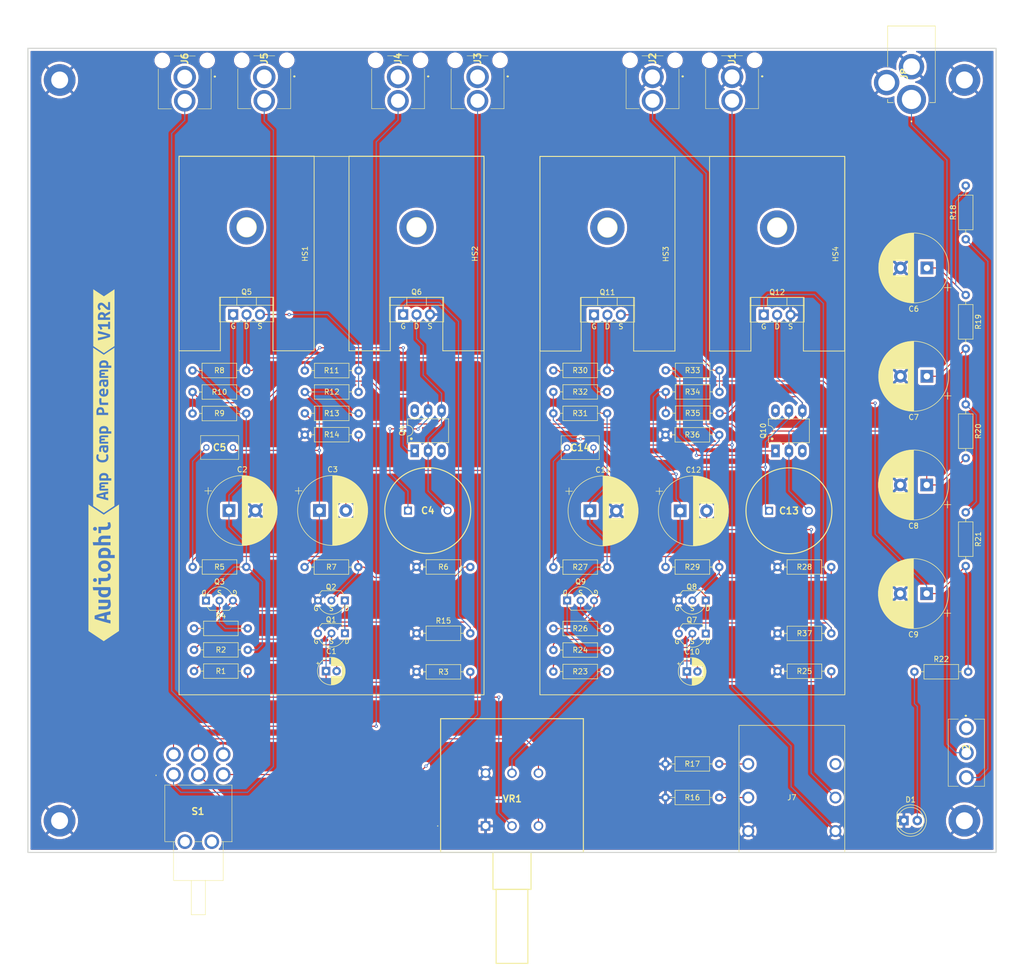
<source format=kicad_pcb>
(kicad_pcb (version 20240108) (generator "pcbnew") (generator_version "8.0")
  (layers (0 "F.Cu" signal) (31 "B.Cu" signal) (34 "B.Paste" user) (35 "F.Paste" user) (36 "B.SilkS" user "B.Silkscreen") (37 "F.SilkS" user "F.Silkscreen") (38 "B.Mask" user) (39 "F.Mask" user) (44 "Edge.Cuts" user))
  (net 0 "")
  (net 1 "Net-(C1-Pad2)")
  (net 2 "Net-(Q1-G)")
  (net 3 "Net-(Q3-D)")
  (net 4 "Net-(C3-Pad1)")
  (net 5 "OUT_L+")
  (net 6 "Net-(C4-+)")
  (net 7 "Net-(C4--)")
  (net 8 "Net-(Q2-G)")
  (net 9 "Net-(C6-Pad1)")
  (net 10 "Net-(C7-Pad1)")
  (net 11 "+24V_L")
  (net 12 "+24V_R")
  (net 13 "Net-(Q7-G)")
  (net 14 "Net-(C13-+)")
  (net 15 "Net-(C13--)")
  (net 16 "OUT_R+")
  (net 17 "Net-(D1-Pad2)")
  (net 18 "IN_L_1-")
  (net 19 "IN_L_1+")
  (net 20 "IN_R_1+")
  (net 21 "IN_R_1-")
  (net 22 "IN_L_2-")
  (net 23 "IN_L_2+")
  (net 24 "IN_R_2-")
  (net 25 "IN_R_2+")
  (net 26 "Net-(Q1-D)")
  (net 27 "Net-(Q1-S)")
  (net 28 "Net-(Q3-S)")
  (net 31 "Net-(Q4-Pad1)")
  (net 32 "Net-(Q5-G)")
  (net 33 "Net-(Q5-S)")
  (net 34 "Net-(Q11-G)")
  (net 35 "Net-(Q7-D)")
  (net 36 "Net-(Q10-Pad1)")
  (net 39 "Net-(Q12-G)")
  (net 40 "IN_L+")
  (net 41 "+24V")
  (net 42 "IN_R+")
  (net 44 "IN_R_VOL+")
  (net 45 "IN_L_VOL+")
  (net 48 "-24V")
  (net 49 "+24V_IN")
  (net 54 "Net-(C10-Pad2)")
  (net 55 "Net-(Q9-D)")
  (net 56 "Net-(C12-Pad1)")
  (net 57 "Net-(Q8-G)")
  (net 58 "Net-(Q9-S)")
  (net 59 "Net-(Q11-S)")
  (net 60 "Net-(J7-PadRN)")
  (net 61 "Net-(J7-PadTN)")
  (footprint "Capacitor_THT:CP_Radial_D13.0mm_P5.00mm" (layer "F.Cu") (at 272.57 155.54)
    (property "Reference" "C12")
    (property "Value" "1000uF_25V")
  )
  (footprint "PCM_Package_TO_SOT_THT_AKL:TO-220-3_Vertical_GDS" (layer "F.Cu") (at 256.27 118.445)
    (property "Reference" "Q11")
    (property "Value" "IRF610" (hide yes))
  )
  (footprint "Resistor_THT:R_Axial_DIN0207_L6.3mm_D2.5mm_P10.16mm_Horizontal" (layer "F.Cu") (at 280.02 137.06 180)
    (property "Reference" "R35")
    (property "Value" "6.8Ω")
  )
  (footprint "Capacitor_THT:CP_Radial_D13.0mm_P5.00mm" (layer "F.Cu") (at 255.4848 155.54)
    (property "Reference" "C11")
    (property "Value" "1000uF_25V")
  )
  (footprint "Resistor_THT:R_Axial_DIN0207_L6.3mm_D2.5mm_P10.16mm_Horizontal" (layer "F.Cu") (at 248.58 185.95)
    (property "Reference" "R23")
    (property "Value" "1kΩ")
  )
  (footprint "PCM_SL_Mechanical:MountingHole_3.2mm_Pad" (layer "F.Cu") (at 326.32 214.18)
    (property "Reference" "H1" (hide yes))
    (property "Value" "MountingHole_M3_3.2mm_Pad")
  )
  (footprint "Resistor_THT:R_Axial_DIN0207_L6.3mm_D2.5mm_P10.16mm_Horizontal" (layer "F.Cu") (at 269.84 128.96)
    (property "Reference" "R33")
    (property "Value" "100Ω")
  )
  (footprint "Samacsys:RK27112A00A6" (layer "F.Cu") (at 235.76 215.17 -90)
    (property "Reference" "VR1")
    (property "Value" "RK27112A00A6" (hide yes))
  )
  (footprint "Resistor_THT:R_Axial_DIN0207_L6.3mm_D2.5mm_P10.16mm_Horizontal" (layer "F.Cu") (at 326.5748 135.39 -90)
    (property "Reference" "R20")
    (property "Value" "1Ω")
  )
  (footprint "Samacsys:RCJ041" (layer "F.Cu") (at 219.21 73.43 90)
    (property "Reference" "J4")
    (property "Value" "RCJ-042" (hide yes))
  )
  (footprint "Resistor_THT:R_Axial_DIN0207_L6.3mm_D2.5mm_P10.16mm_Horizontal" (layer "F.Cu") (at 316.8748 185.98)
    (property "Reference" "R22")
    (property "Value" "7.5kΩ")
  )
  (footprint "Resistor_THT:R_Axial_DIN0207_L6.3mm_D2.5mm_P10.16mm_Horizontal" (layer "F.Cu") (at 180.62 185.87)
    (property "Reference" "R1")
    (property "Value" "1kΩ")
  )
  (footprint "Resistor_THT:R_Axial_DIN0207_L6.3mm_D2.5mm_P10.16mm_Horizontal" (layer "F.Cu") (at 248.59 177.81)
    (property "Reference" "R26")
    (property "Value" "125Ω")
  )
  (footprint "Capacitor_THT:CP_Radial_D13.0mm_P5.00mm" (layer "F.Cu") (at 204.3348 155.47)
    (property "Reference" "C3")
    (property "Value" "1000uF_25V")
  )
  (footprint "Heatsink_Pad_1Pin:Heatsink_36.83x25.55mm_1xFixation3mm_Digikey_HS193-ND" (layer "F.Cu") (at 222.7 106.83 -90)
    (property "Reference" "HS2")
    (property "Value" "Heatsink_Pad_1Pin")
  )
  (footprint "Resistor_THT:R_Axial_DIN0207_L6.3mm_D2.5mm_P10.16mm_Horizontal" (layer "F.Cu") (at 269.79 141.15)
    (property "Reference" "R36")
    (property "Value" "1kΩ")
  )
  (footprint "Capacitor_THT:CP_Radial_D13.0mm_P5.00mm" (layer "F.Cu") (at 319.23 130.07 180)
    (property "Reference" "C7")
    (property "Value" "1000uF_25V")
  )
  (footprint "Samacsys:CAPPRD750W80D1625H2700" (layer "F.Cu") (at 289.39 155.53)
    (property "Reference" "C13")
    (property "Value" "3300uF_25V" (hide yes))
  )
  (footprint "Resistor_THT:R_Axial_DIN0207_L6.3mm_D2.5mm_P10.16mm_Horizontal" (layer "F.Cu") (at 290.99 178.74)
    (property "Reference" "R37")
    (property "Value" "1kΩ")
  )
  (footprint "Heatsink_Pad_1Pin:Heatsink_36.83x25.55mm_1xFixation3mm_Digikey_HS193-ND" (layer "F.Cu") (at 290.9 106.88 -90)
    (property "Reference" "HS4")
    (property "Value" "Heatsink_Pad_1Pin")
  )
  (footprint "Heatsink_Pad_1Pin:Heatsink_36.83x25.55mm_1xFixation3mm_Digikey_HS193-ND" (layer "F.Cu") (at 258.8 106.88 -90)
    (property "Reference" "HS3")
    (property "Value" "Heatsink_Pad_1Pin")
  )
  (footprint "Resistor_THT:R_Axial_DIN0207_L6.3mm_D2.5mm_P10.16mm_Horizontal" (layer "F.Cu") (at 180.36 166.16)
    (property "Reference" "R5")
    (property "Value" "33.2kΩ")
  )
  (footprint "Heatsink_Pad_1Pin:Heatsink_36.83x25.55mm_1xFixation3mm_Digikey_HS193-ND" (layer "F.Cu") (at 190.56 106.83 -90)
    (property "Reference" "HS1")
    (property "Value" "Heatsink_Pad_1Pin")
  )
  (footprint "Resistor_THT:R_Axial_DIN0207_L6.3mm_D2.5mm_P10.16mm_Horizontal" (layer "F.Cu") (at 326.5748 104.15 90)
    (property "Reference" "R18")
    (property "Value" "1Ω")
  )
  (footprint "Resistor_THT:R_Axial_DIN0207_L6.3mm_D2.5mm_P10.16mm_Horizontal" (layer "F.Cu") (at 269.84 133.03)
    (property "Reference" "R34")
    (property "Value" "2.2Ω")
  )
  (footprint "Samacsys:FKP2O100331D00JSSD" (layer "F.Cu") (at 182.96 143.55)
    (property "Reference" "C5")
    (property "Value" "33pF_25V" (hide yes))
  )
  (footprint "Samacsys:RCJ041" (layer "F.Cu") (at 282.38 73.42 90)
    (property "Reference" "J1")
    (property "Value" "RCJ-041" (hide yes))
  )
  (footprint "Samacsys:CAPPRD750W80D1625H2700" (layer "F.Cu") (at 221.08 155.49)
    (property "Reference" "C4")
    (property "Value" "3300uF_25V" (hide yes))
  )
  (footprint "PCM_Package_TO_SOT_THT_AKL:TO-92_Inline_Wide_DSG" (layer "F.Cu") (at 209.16 178.71 180)
    (property "Reference" "Q1")
    (property "Value" "LSJ74" (hide yes))
  )
  (footprint "Resistor_THT:R_Axial_DIN0207_L6.3mm_D2.5mm_P10.16mm_Horizontal" (layer "F.Cu") (at 201.58 128.99)
    (property "Reference" "R11")
    (property "Value" "100Ω")
  )
  (footprint "Resistor_THT:R_Axial_DIN0207_L6.3mm_D2.5mm_P10.16mm_Horizontal" (layer "F.Cu") (at 248.58 133.03)
    (property "Reference" "R32")
    (property "Value" "1kΩ")
  )
  (footprint "PCM_Package_TO_SOT_THT_AKL:TO-92_Inline_Wide_DSG" (layer "F.Cu") (at 209.14 172.5 180)
    (property "Reference" "Q2")
    (property "Value" "LSJ74" (hide yes))
  )
  (footprint "Resistor_THT:R_Axial_DIN0207_L6.3mm_D2.5mm_P10.16mm_Horizontal" (layer "F.Cu") (at 290.99 185.89)
    (property "Reference" "R25")
    (property "Value" "150kΩ")
  )
  (footprint "Resistor_THT:R_Axial_DIN0207_L6.3mm_D2.5mm_P10.16mm_Horizontal" (layer "F.Cu") (at 269.8 166.17)
    (property "Reference" "R29")
    (property "Value" "33.2kΩ")
  )
  (footprint "Resistor_THT:R_Axial_DIN0207_L6.3mm_D2.5mm_P10.16mm_Horizontal" (layer "F.Cu") (at 290.98 166.17)
    (property "Reference" "R28")
    (property "Value" "33.2kΩ")
  )
  (footprint "Snapeda:NYS216-U_REAN_NYS216-U" (layer "F.Cu") (at 293.6933 209.79)
    (property "Reference" "J7")
    (property "Value" "NYS216-U")
  )
  (footprint "kibuzzard-6754036E" (layer "F.Cu") (at 163.54 167.27 90)
    (property "Reference" "kibuzzard-6754036E" (hide yes))
    (property "Value" "G***" (hide yes))
  )
  (footprint "Resistor_THT:R_Axial_DIN0207_L6.3mm_D2.5mm_P10.16mm_Horizontal" (layer "F.Cu") (at 248.58 128.96)
    (property "Reference" "R30")
    (property "Value" "100Ω")
  )
  (footprint "Resistor_THT:R_Axial_DIN0207_L6.3mm_D2.5mm_P10.16mm_Horizontal" (layer "F.Cu") (at 180.62 181.85)
    (property "Reference" "R2")
    (property "Value" "150kΩ")
  )
  (footprint "Resistor_THT:R_Axial_DIN0207_L6.3mm_D2.5mm_P10.16mm_Horizontal" (layer "F.Cu") (at 222.71 186)
    (property "Reference" "R3")
    (property "Value" "150kΩ")
  )
  (footprint "Samacsys:RCJ041" (layer "F.Cu") (at 193.9 73.43 90)
    (property "Reference" "J5")
    (property "Value" "RCJ-041" (hide yes))
  )
  (footprint "PCM_SL_Mechanical:MountingHole_3.2mm_Pad" (layer "F.Cu") (at 155.19 214.18)
    (property "Reference" "H3" (hide yes))
    (property "Value" "MountingHole_M3_3.2mm_Pad")
  )
  (footprint "LED_THT:LED_D5.0mm" (layer "F.Cu") (at 314.8798 214.15)
    (property "Reference" "D1")
    (property "Value" "LED")
  )
  (footprint "Resistor_THT:R_Axial_DIN0207_L6.3mm_D2.5mm_P10.16mm_Horizontal" (layer "F.Cu") (at 201.58 141.13)
    (property "Reference" "R14")
    (property "Value" "1kΩ")
  )
  (footprint "Capacitor_THT:CP_Radial_D13.0mm_P5.00mm" (layer "F.Cu") (at 187.23 155.48)
    (property "Reference" "C2")
    (property "Value" "1000uF_25V")
  )
  (footprint "Samacsys:RCJ041" (layer "F.Cu") (at 267.34 73.43 90)
    (property "Reference" "J2")
    (property "Value" "RCJ-042" (hide yes))
  )
  (footprint "PCM_SL_Mechanical:MountingHole_3.2mm_Pad" (layer "F.Cu") (at 155.21 74.01)
    (property "Reference" "H4" (hide yes))
    (property "Value" "MountingHole_M3_3.2mm_Pad")
  )
  (footprint "kibuzzard-6754048D" (layer "F.Cu") (at 163.57 119.65 90)
    (property "Reference" "kibuzzard-6754048D" (hide yes))
    (property "Value" "G***" (hide yes))
  )
  (footprint "Samacsys:100SP1T1B1M2REH" (layer "F.Cu") (at 326.6948 196.61 -90)
    (property "Reference" "S2")
    (property "Value" "100SP1T1B1M2REH" (hide yes))
  )
  (footprint "Resistor_THT:R_Axial_DIN0207_L6.3mm_D2.5mm_P10.16mm_Horizontal" (layer "F.Cu") (at 201.58 137.09)
    (property "Reference" "R13")
    (property "Value" "6.8Ω")
  )
  (footprint "PCM_Package_TO_SOT_THT_AKL:TO-220-3_Vertical_GDS" (layer "F.Cu") (at 288.37 118.445)
    (property "Reference" "Q12")
    (property "Value" "IRF610" (hide yes))
  )
  (footprint "Samacsys:100DP1T2B4M6QE" (layer "F.Cu") (at 176.74 205.44 90)
    (property "Reference" "S1")
    (property "Value" "100DP1T2B4M6QE" (hide yes))
  )
  (footprint "PCM_Package_TO_SOT_THT_AKL:TO-92_Inline_Wide_DSG" (layer "F.Cu") (at 277.41 178.76 180)
    (property "Reference" "Q7")
    (property "Value" "LSJ74" (hide yes))
  )
  (footprint "kibuzzard-675403C8" (layer "F.Cu") (at 163.55 140.3 90)
    (property "Reference" "kibuzzard-675403C8" (hide yes))
    (property "Value" "G***" (hide yes))
  )
  (footprint "Capacitor_THT:CP_Radial_D13.0mm_P5.00mm" (layer "F.Cu") (at 319.24 109.58 180)
    (property "Reference" "C6")
    (property "Value" "1000uF_25V")
  )
  (footprint "PCM_Package_DIP_AKL:DIP-6_W7.62mm_LongPads" (layer "F.Cu") (at 290.595 144.205 90)
    (property "Reference" "Q10")
    (property "Value" "4N35" (hide yes))
  )
  (footprint "Resistor_THT:R_Axial_DIN0207_L6.3mm_D2.5mm_P10.16mm_Horizontal" (layer "F.Cu") (at 248.58 166.19)
    (property "Reference" "R27")
    (property "Value" "33.2kΩ")
  )
  (footprint "PCM_SL_Mechanical:MountingHole_3.2mm_Pad" (layer "F.Cu") (at 326.33 74)
    (property "Reference" "H2" (hide yes))
    (property "Value" "MountingHole_M3_3.2mm_Pad")
  )
  (footprint "Resistor_THT:R_Axial_DIN0207_L6.3mm_D2.5mm_P10.16mm_Horizontal" (layer "F.Cu") (at 248.58 137.09)
    (property "Reference" "R31")
    (property "Value" "1.5kΩ")
  )
  (footprint "Resistor_THT:R_Axial_DIN0207_L6.3mm_D2.5mm_P10.16mm_Horizontal" (layer "F.Cu") (at 180.34 137.12)
    (property "Reference" "R9")
    (property "Value" "1.5kΩ")
  )
  (footprint "Resistor_THT:R_Axial_DIN0207_L6.3mm_D2.5mm_P10.16mm_Horizontal" (layer "F.Cu") (at 222.71 166.16)
    (property "Reference" "R6")
    (property "Value" "33.2kΩ")
  )
  (footprint "Resistor_THT:R_Axial_DIN0207_L6.3mm_D2.5mm_P10.16mm_Horizontal" (layer "F.Cu") (at 248.59 181.88)
    (property "Reference" "R24")
    (property "Value" "150kΩ")
  )
  (footprint "Resistor_THT:R_Axial_DIN0207_L6.3mm_D2.5mm_P10.16mm_Horizontal" (layer "F.Cu") (at 180.33 128.98)
    (property "Reference" "R8")
    (property "Value" "100Ω")
  )
  (footprint "PCM_Package_TO_SOT_THT_AKL:TO-220-3_Vertical_GDS" (layer "F.Cu") (at 188.02 118.385)
    (property "Reference" "Q5")
    (property "Value" "IRF610" (hide yes))
  )
  (footprint "Resistor_THT:R_Axial_DIN0207_L6.3mm_D2.5mm_P10.16mm_Horizontal" (layer "F.Cu") (at 326.5748 155.82 -90)
    (property "Reference" "R21")
    (property "Value" "1Ω")
  )
  (footprint "Resistor_THT:R_Axial_DIN0207_L6.3mm_D2.5mm_P10.16mm_Horizontal" (layer "F.Cu") (at 180.34 133.05)
    (property "Reference" "R10")
    (property "Value" "1kΩ")
  )
  (footprint "Resistor_THT:R_Axial_DIN0207_L6.3mm_D2.5mm_P10.16mm_Horizontal" (layer "F.Cu") (at 279.94 203.43 180)
    (property "Reference" "R17")
    (property "Value" "33.2Ω")
  )
  (footprint "Resistor_THT:R_Axial_DIN0207_L6.3mm_D2.5mm_P10.16mm_Horizontal" (layer "F.Cu") (at 180.62 177.79)
    (property "Reference" "R4")
    (property "Value" "125Ω")
  )
  (footprint "Capacitor_THT:CP_Radial_D13.0mm_P5.00mm" (layer "F.Cu") (at 319.1848 171.2 180)
    (property "Reference" "C9")
    (property "Value" "1000uF_25V")
  )
  (footprint "Capacitor_THT:CP_Radial_D13.0mm_P5.00mm" (layer "F.Cu") (at 319.2 150.64 180)
    (property "Reference" "C8")
    (property "Value" "1000uF_25V")
  )
  (footprint "Resistor_THT:R_Axial_DIN0207_L6.3mm_D2.5mm_P10.16mm_Horizontal" (layer "F.Cu") (at 326.5748 114.69 -90)
    (property "Reference" "R19")
    (property "Value" "1Ω")
  )
  (footprint "PCM_Package_DIP_AKL:DIP-6_W7.62mm_LongPads" (layer "F.Cu") (at 222.355 144.185 90)
    (property "Reference" "Q4")
    (property "Value" "4N35" (hide yes))
  )
  (footprint "PCM_Package_TO_SOT_THT_AKL:TO-92_Inline_Wide_DSG" (layer "F.Cu") (at 182.89 172.52)
    (property "Reference" "Q3")
    (property "Value" "J113" (hide yes))
  )
  (footprint "Samacsys:FKP2O100331D00JSSD" (layer "F.Cu") (at 251.17 143.58)
    (property "Reference" "C14")
    (property "Value" "33pF_25V" (hide yes))
  )
  (footprint "Samacsys:KLDX0202BC" (layer "F.Cu") (at 316.3148 77.69 -90)
    (property "Reference" "J8")
    (property "Value" "KLDX-0202-BC" (hide yes))
  )
  (footprint "Resistor_THT:R_Axial_DIN0207_L6.3mm_D2.5mm_P10.16mm_Horizontal" (layer "F.Cu") (at 222.71 178.71)
    (property "Reference" "R15")
    (property "Value" "1kΩ")
  )
  (footprint "PCM_Package_TO_SOT_THT_AKL:TO-92_Inline_Wide_DSG" (layer "F.Cu") (at 277.41 172.49 180)
    (property "Reference" "Q8")
    (property "Value" "LSJ74" (hide yes))
  )
  (footprint "Resistor_THT:R_Axial_DIN0207_L6.3mm_D2.5mm_P10.16mm_Horizontal" (layer "F.Cu") (at 201.58 133.04)
    (property "Reference" "R12")
    (property "Value" "2.2Ω")
  )
  (footprint "Samacsys:RCJ041" (layer "F.Cu") (at 234.25 73.43 90)
    (property "Reference" "J3")
    (property "Value" "RCJ-041" (hide yes))
  )
  (footprint "Capacitor_THT:CP_Radial_D5.0mm_P2.00mm" (layer "F.Cu") (at 205.59 185.87)
    (property "Reference" "C1")
    (property "Value" "10uF_25V")
  )
  (footprint "Resistor_THT:R_Axial_DIN0207_L6.3mm_D2.5mm_P10.16mm_Horizontal" (layer "F.Cu") (at 201.53 166.18)
    (property "Reference" "R7")
    (property "Value" "33.2kΩ")
  )
  (footprint "Capacitor_THT:CP_Radial_D5.0mm_P2.00mm" (layer "F.Cu") (at 273.8349 185.94)
    (property "Reference" "C10")
    (property "Value" "10uF_25V")
  )
  (footprint "PCM_Package_TO_SOT_THT_AKL:TO-220-3_Vertical_GDS" (layer "F.Cu") (at 220.17 118.395)
    (property "Reference" "Q6")
    (property "Value" "IRF610" (hide yes))
  )
  (footprint "PCM_Package_TO_SOT_THT_AKL:TO-92_Inline_Wide_DSG" (layer "F.Cu") (at 251.19 172.5)
    (property "Reference" "Q9")
    (property "Value" "J113" (hide yes))
  )
  (footprint "Samacsys:RCJ041" (layer "F.Cu") (at 178.86 73.4595 90)
    (property "Reference" "J6")
    (property "Value" "RCJ-042" (hide yes))
  )
  (footprint "Resistor_THT:R_Axial_DIN0207_L6.3mm_D2.5mm_P10.16mm_Horizontal" (layer "F.Cu") (at 279.95 209.79 180)
    (property "Reference" "R16")
    (property "Value" "33.2Ω")
  )
  (gr_rect (start 177.79 88.47) (end 235.47 190.35) (stroke (width 0.15)) (fill none) (layer "F.SilkS"))
  (gr_rect (start 246.03 88.47) (end 303.71 190.35) (stroke (width 0.15)) (fill none) (layer "F.SilkS"))
  (gr_rect (start 149.2 68.01) (end 332.32 220.18) (stroke (width 0.2)) (fill none) (layer "Edge.Cuts"))
  (segment (start 207.59 184.8) (end 207.59 185.87) (width 0.2) (layer "F.Cu") (net 1))
  (segment (start 180.62 185.87) (end 182.62 183.87) (width 0.2) (layer "F.Cu") (net 1))
  (segment (start 206.66 183.87) (end 207.59 184.8) (width 0.2) (layer "F.Cu") (net 1))
  (segment (start 182.62 183.87) (end 206.66 183.87) (width 0.2) (layer "F.Cu") (net 1))
  (segment (start 232.87 186) (end 232.87 187.35) (width 0.2) (layer "F.Cu") (net 2))
  (segment (start 202.01 179.81) (end 203.1 180.9) (width 0.2) (layer "F.Cu") (net 2))
  (segment (start 180.62 181.85) (end 182.66 179.81) (width 0.2) (layer "F.Cu") (net 2))
  (segment (start 182.66 179.81) (end 202.01 179.81) (width 0.2) (layer "F.Cu") (net 2))
  (segment (start 206.06 180.9) (end 206.62 180.34) (width 0.2) (layer "F.Cu") (net 2))
  (segment (start 206.41 187.98) (end 205.59 187.16) (width 0.2) (layer "F.Cu") (net 2))
  (segment (start 203.1 180.9) (end 206.06 180.9) (width 0.2) (layer "F.Cu") (net 2))
  (segment (start 232.24 187.98) (end 206.41 187.98) (width 0.2) (layer "F.Cu") (net 2))
  (segment (start 206.62 180.34) (end 206.62 178.71) (width 0.2) (layer "F.Cu") (net 2))
  (segment (start 232.87 187.35) (end 232.24 187.98) (width 0.2) (layer "F.Cu") (net 2))
  (segment (start 205.59 187.16) (end 205.59 185.87) (width 0.2) (layer "F.Cu") (net 2))
  (segment (start 205.59 185.87) (end 205.59 179.74) (width 0.2) (layer "B.Cu") (net 2))
  (segment (start 205.59 179.74) (end 206.62 178.71) (width 0.2) (layer "B.Cu") (net 2))
  (segment (start 190.52 166.16) (end 188.1983 166.16) (width 0.2) (layer "B.Cu") (net 3))
  (segment (start 190.52 165.92) (end 193.53 168.93) (width 0.2) (layer "B.Cu") (net 3))
  (segment (start 187.23 152.59) (end 187.23 155.48) (width 0.2) (layer "B.Cu") (net 3))
  (segment (start 181.27 128.98) (end 189.41 137.12) (width 0.2) (layer "B.Cu") (net 3))
  (segment (start 193.53 180.84) (end 192.52 181.85) (width 0.2) (layer "B.Cu") (net 3))
  (segment (start 188.1983 166.16) (end 182.89 171.4683) (width 0.2) (layer "B.Cu") (net 3))
  (segment (start 190.52 161.79) (end 187.23 158.5) (width 0.2) (layer "B.Cu") (net 3))
  (segment (start 190.52 165.92) (end 190.52 161.79) (width 0.2) (layer "B.Cu") (net 3))
  (segment (start 182.89 171.4683) (end 182.89 172.52) (width 0.2) (layer "B.Cu") (net 3))
  (segment (start 192.52 181.85) (end 190.78 181.85) (width 0.2) (layer "B.Cu") (net 3))
  (segment (start 193.53 168.93) (end 193.53 180.84) (width 0.2) (layer "B.Cu") (net 3))
  (segment (start 180.33 128.98) (end 181.27 128.98) (width 0.2) (layer "B.Cu") (net 3))
  (segment (start 187.23 158.5) (end 187.23 155.48) (width 0.2) (layer "B.Cu") (net 3))
  (segment (start 190.5 137.12) (end 190.5 149.32) (width 0.2) (layer "B.Cu") (net 3))
  (segment (start 190.52 166.16) (end 190.52 165.92) (width 0.2) (layer "B.Cu") (net 3))
  (segment (start 189.41 137.12) (end 190.5 137.12) (width 0.2) (layer "B.Cu") (net 3))
  (segment (start 190.5 149.32) (end 187.23 152.59) (width 0.2) (layer "B.Cu") (net 3))
  (segment (start 204.32 144.1) (end 204.3136 144.0936) (width 0.2) (layer "F.Cu") (net 4))
  (segment (start 204.3136 144.0936) (end 188.5036 144.0936) (width 0.2) (layer "F.Cu") (net 4))
  (segment (start 188.5036 144.0936) (end 187.96 143.55) (width 0.2) (layer "F.Cu") (net 4))
  (via (at 204.32 144.1) (size 0.6) (drill 0.3) (layers "F.Cu" "B.Cu") (net 4))
  (segment (start 206.5883 133.04) (end 210.6383 137.09) (width 0.2) (layer "B.Cu") (net 4))
  (segment (start 204.3348 163.3752) (end 204.3348 155.47) (width 0.2) (layer "B.Cu") (net 4))
  (segment (start 204.3348 144.1148) (end 204.3348 155.47) (width 0.2) (layer "B.Cu") (net 4))
  (segment (start 201.53 166.18) (end 204.3348 163.3752) (width 0.2) (layer "B.Cu") (net 4))
  (segment (start 211.74 137.09) (end 210.6383 137.09) (width 0.2) (layer "B.Cu") (net 4))
  (segment (start 204.32 135.78) (end 201.58 133.04) (width 0.2) (layer "B.Cu") (net 4))
  (segment (start 204.32 144.1) (end 204.32 135.78) (width 0.2) (layer "B.Cu") (net 4))
  (segment (start 201.58 133.04) (end 206.5883 133.04) (width 0.2) (layer "B.Cu") (net 4))
  (segment (start 204.32 144.1) (end 204.3348 144.1148) (width 0.2) (layer "B.Cu") (net 4))
  (segment (start 211.74 147.89) (end 209.3348 150.2952) (width 0.2) (layer "F.Cu") (net 5))
  (segment (start 247.34 139.79) (end 239.24 147.89) (width 0.2) (layer "F.Cu") (net 5))
  (segment (start 211.74 147.89) (end 211.74 141.13) (width 0.2) (layer "F.Cu") (net 5))
  (segment (start 260.39 139.79) (end 247.34 139.79) (width 0.2) (layer "F.Cu") (net 5))
  (segment (start 239.24 147.89) (end 211.74 147.89) (width 0.2) (layer "F.Cu") (net 5))
  (segment (start 263.69 143.09) (end 260.39 139.79) (width 0.2) (layer "F.Cu") (net 5))
  (segment (start 282.35 143.09) (end 263.69 143.09) (width 0.2) (layer "F.Cu") (net 5))
  (segment (start 209.3348 150.2952) (end 209.3348 155.47) (width 0.2) (layer "F.Cu") (net 5))
  (segment (start 282.38 143.06) (end 282.35 143.09) (width 0.2) (layer "F.Cu") (net 5))
  (via (at 282.38 143.06) (size 0.6) (drill 0.3) (layers "F.Cu" "B.Cu") (net 5))
  (segment (start 282.38 143.06) (end 282.38 188.86) (width 0.2) (layer "B.Cu") (net 5))
  (segment (start 282.38 188.86) (end 293.55 200.03) (width 0.2) (layer "B.Cu") (net 5))
  (segment (start 282.38 77.92) (end 282.38 143.06) (width 0.2) (layer "B.Cu") (net 5))
  (segment (start 293.55 207.7467) (end 301.9433 216.14) (width 0.2) (layer "B.Cu") (net 5))
  (segment (start 293.55 200.03) (end 293.55 207.7467) (width 0.2) (layer "B.Cu") (net 5))
  (segment (start 222.97 140.08) (end 222.92 140.03) (width 0.2) (layer "F.Cu") (net 6))
  (segment (start 182.37 135.08) (end 193.88 135.08) (width 0.2) (layer "F.Cu") (net 6))
  (segment (start 222.92 140.03) (end 217.69 140.03) (width 0.2) (layer "F.Cu") (net 6))
  (segment (start 216.57 133.48) (end 223.61 133.48) (width 0.2) (layer "F.Cu") (net 6))
  (segment (start 180.34 133.05) (end 182.37 135.08) (width 0.2) (layer "F.Cu") (net 6))
  (segment (start 223.61 133.48) (end 224.895 134.765) (width 0.2) (layer "F.Cu") (net 6))
  (segment (start 197.97 130.99) (end 214.08 130.99) (width 0.2) (layer "F.Cu") (net 6))
  (segment (start 193.88 135.08) (end 197.97 130.99) (width 0.2) (layer "F.Cu") (net 6))
  (segment (start 224.895 134.765) (end 224.895 136.565) (width 0.2) (layer "F.Cu") (net 6))
  (segment (start 214.08 130.99) (end 216.57 133.48) (width 0.2) (layer "F.Cu") (net 6))
  (via (at 217.69 140.03) (size 0.6) (drill 0.3) (layers "F.Cu" "B.Cu") (net 6))
  (via (at 222.97 140.08) (size 0.6) (drill 0.3) (layers "F.Cu" "B.Cu") (net 6))
  (segment (start 217.69 140.03) (end 217.68 140.04) (width 0.2) (layer "B.Cu") (net 6))
  (segment (start 224.895 138.0667) (end 224.895 136.565) (width 0.2) (layer "B.Cu") (net 6))
  (segment (start 222.97 139.9917) (end 224.895 138.0667) (width 0.2) (layer "B.Cu") (net 6))
  (segment (start 222.97 140.08) (end 222.97 139.9917) (width 0.2) (layer "B.Cu") (net 6))
  (segment (start 217.68 148.42) (end 221.08 151.82) (width 0.2) (layer "B.Cu") (net 6))
  (segment (start 217.68 140.04) (end 217.68 148.42) (width 0.2) (layer "B.Cu") (net 6))
  (segment (start 180.34 137.12) (end 180.34 133.05) (width 0.2) (layer "B.Cu") (net 6))
  (segment (start 221.08 151.82) (end 221.08 155.49) (width 0.2) (layer "B.Cu") (net 6))
  (segment (start 203.59 139.1) (end 201.58 137.09) (width 0.2) (layer "F.Cu") (net 7))
  (segment (start 226.4017 139.1) (end 203.59 139.1) (width 0.2) (layer "F.Cu") (net 7))
  (segment (start 227.435 136.565) (end 227.435 138.0667) (width 0.2) (layer "F.Cu") (net 7))
  (segment (start 227.435 138.0667) (end 226.4017 139.1) (width 0.2) (layer "F.Cu") (net 7))
  (segment (start 227.435 139.295) (end 227.435 136.565) (width 0.2) (layer "B.Cu") (net 7))
  (segment (start 224.895 151.805) (end 224.895 144.185) (width 0.2) (layer "B.Cu") (net 7))
  (segment (start 223.9642 129.8542) (end 227.435 133.325) (width 0.2) (layer "B.Cu") (net 7))
  (segment (start 227.435 133.325) (end 227.435 136.565) (width 0.2) (layer "B.Cu") (net 7))
  (segment (start 224.895 144.185) (end 224.895 141.835) (width 0.2) (layer "B.Cu") (net 7))
  (segment (start 224.895 141.835) (end 227.435 139.295) (width 0.2) (layer "B.Cu") (net 7))
  (segment (start 222.71 118.395) (end 222.71 122.99) (width 0.2) (layer "B.Cu") (net 7))
  (segment (start 222.71 122.99) (end 223.9642 124.2442) (width 0.2) (layer "B.Cu") (net 7))
  (segment (start 223.9642 124.2442) (end 223.9642 129.8542) (width 0.2) (layer "B.Cu") (net 7))
  (segment (start 228.58 155.49) (end 224.895 151.805) (width 0.2) (layer "B.Cu") (net 7))
  (segment (start 180.36 164.94) (end 181.12 164.18) (width 0.2) (layer "F.Cu") (net 8))
  (segment (start 214.7517 168.14) (end 212.7917 166.18) (width 0.2) (layer "F.Cu") (net 8))
  (segment (start 232.87 166.16) (end 231.7683 166.16) (width 0.2) (layer "F.Cu") (net 8))
  (segment (start 180.36 166.16) (end 180.36 164.94) (width 0.2) (layer "F.Cu") (net 8))
  (segment (start 229.7883 168.14) (end 214.7517 168.14) (width 0.2) (layer "F.Cu") (net 8))
  (segment (start 181.12 164.18) (end 210.74 164.18) (width 0.2) (layer "F.Cu") (net 8))
  (segment (start 210.74 164.18) (end 211.69 165.13) (width 0.2) (layer "F.Cu") (net 8))
  (segment (start 231.7683 166.16) (end 229.7883 168.14) (width 0.2) (layer "F.Cu") (net 8))
  (segment (start 212.7917 166.18) (end 211.69 166.18) (width 0.2) (layer "F.Cu") (net 8))
  (segment (start 211.69 165.13) (end 211.69 166.18) (width 0.2) (layer "F.Cu") (net 8))
  (segment (start 206.6 172.3717) (end 206.6 172.5) (width 0.2) (layer "B.Cu") (net 8))
  (segment (start 180.36 166.16) (end 180.36 146.15) (width 0.2) (layer "B.Cu") (net 8))
  (segment (start 211.69 167.2817) (end 206.6 172.3717) (width 0.2) (layer "B.Cu") (net 8))
  (segment (start 180.36 146.15) (end 182.96 143.55) (width 0.2) (layer "B.Cu") (net 8))
  (segment (start 211.69 166.18) (end 211.69 167.2817) (width 0.2) (layer "B.Cu") (net 8))
  (segment (start 321.4648 109.58) (end 326.5748 114.69) (width 0.2) (layer "F.Cu") (net 9))
  (segment (start 319.24 109.58) (end 321.4648 109.58) (width 0.2) (layer "F.Cu") (net 9))
  (segment (start 324.67 112.7852) (end 326.5748 114.69) (width 0.2) (layer "B.Cu") (net 9))
  (segment (start 326.5748 93.99) (end 326.5748 95.0917) (width 0.2) (layer "B.Cu") (net 9))
  (segment (start 326.5748 95.0917) (end 324.67 96.9965) (width 0.2) (layer "B.Cu") (net 9))
  (segment (start 324.67 96.9965) (end 324.67 112.7852) (width 0.2) (layer "B.Cu") (net 9))
  (segment (start 321.36 130.07) (end 326.5748 124.8552) (width 0.2) (layer "F.Cu") (net 10))
  (segment (start 319.23 130.07) (end 321.36 130.07) (width 0.2) (layer "F.Cu") (net 10))
  (segment (start 326.5748 124.8552) (end 326.5748 124.85) (width 0.2) (layer "F.Cu") (net 10))
  (segment (start 326.5748 135.39) (end 328.57 137.3852) (width 0.2) (layer "B.Cu") (net 10))
  (segment (start 328.57 137.3852) (end 328.57 153.8248) (width 0.2) (layer "B.Cu") (net 10))
  (segment (start 328.57 153.8248) (end 326.5748 155.82) (width 0.2) (layer "B.Cu") (net 10))
  (segment (start 326.5748 124.85) (end 326.5748 135.39) (width 0.2) (layer "B.Cu") (net 10))
  (segment (start 282.36 139.11) (end 247.33 139.11) (width 0.2) (layer "F.Cu") (net 11))
  (segment (start 193.9717 126.6) (end 191.5917 128.98) (width 0.2) (layer "F.Cu") (net 11))
  (segment (start 326.56 145.55) (end 326.5748 145.55) (width 0.2) (layer "F.Cu") (net 11))
  (segment (start 319.2 150.64) (end 319.2 148.8197) (width 0.2) (layer "F.Cu") (net 11))
  (segment (start 247.33 139.11) (end 234.82 126.6) (width 0.2) (layer "F.Cu") (net 11))
  (segment (start 319.2 148.8197) (end 310.8103 140.43) (width 0.2) (layer "F.Cu") (net 11))
  (segment (start 321.47 150.64) (end 326.56 145.55) (width 0.2) (layer "F.Cu") (net 11))
  (segment (start 310.8103 140.43) (end 283.68 140.43) (width 0.2) (layer "F.Cu") (net 11))
  (segment (start 191.5917 128.98) (end 190.49 128.98) (width 0.2) (layer "F.Cu") (net 11))
  (segment (start 234.82 126.6) (end 193.9717 126.6) (width 0.2) (layer "F.Cu") (net 11))
  (segment (start 283.68 140.43) (end 282.36 139.11) (width 0.2) (layer "F.Cu") (net 11))
  (segment (start 319.2 150.64) (end 321.47 150.64) (width 0.2) (layer "F.Cu") (net 11))
  (segment (start 190.56 118.385) (end 190.56 128.91) (width 0.2) (layer "B.Cu") (net 11))
  (segment (start 190.56 128.91) (end 190.49 128.98) (width 0.2) (layer "B.Cu") (net 11))
  (segment (start 303.84 135.16) (end 299.65 130.97) (width 0.2) (layer "F.Cu") (net 12))
  (segment (start 321.37 171.2) (end 326.5748 165.9952) (width 0.2) (layer "F.Cu") (net 12))
  (segment (start 319.1848 171.2) (end 321.37 171.2) (width 0.2) (layer "F.Cu") (net 12))
  (segment (start 299.65 130.97) (end 261.8517 130.97) (width 0.2) (layer "F.Cu") (net 12))
  (segment (start 261.8517 130.97) (end 259.8417 128.96) (width 0.2) (layer "F.Cu") (net 12))
  (segment (start 259.8417 128.96) (end 258.74 128.96) (width 0.2) (layer "F.Cu") (net 12))
  (segment (start 326.5748 165.9952) (end 326.5748 165.98) (width 0.2) (layer "F.Cu") (net 12))
  (segment (start 309.44 135.16) (end 303.84 135.16) (width 0.2) (layer "F.Cu") (net 12))
  (via (at 309.44 135.16) (size 0.6) (drill 0.3) (layers "F.Cu" "B.Cu") (net 12))
  (segment (start 327.0348 167.5417) (end 327.0348 185.98) (width 0.2) (layer "B.Cu") (net 12))
  (segment (start 258.74 118.515) (end 258.74 128.96) (width 0.2) (layer "B.Cu") (net 12))
  (segment (start 309.43 142.31) (end 309.43 159.9435) (width 0.2) (layer "B.Cu") (net 12))
  (segment (start 258.81 118.445) (end 258.74 118.515) (width 0.2) (layer "B.Cu") (net 12))
  (segment (start 309.44 142.3) (end 309.43 142.31) (width 0.2) (layer "B.Cu") (net 12))
  (segment (start 326.5748 165.98) (end 326.5748 167.0817) (width 0.2) (layer "B.Cu") (net 12))
  (segment (start 319.1848 169.6983) (end 319.1848 171.2) (width 0.2) (layer "B.Cu") (net 12))
  (segment (start 309.43 159.9435) (end 319.1848 169.6983) (width 0.2) (layer "B.Cu") (net 12))
  (segment (start 326.5748 167.0817) (end 327.0348 167.5417) (width 0.2) (layer "B.Cu") (net 12))
  (segment (start 309.44 135.16) (end 309.44 142.3) (width 0.2) (layer "B.Cu") (net 12))
  (segment (start 273.8349 187.1549) (end 273.8349 185.94) (width 0.2) (layer "F.Cu") (net 13))
  (segment (start 265.13 181.39) (end 273.88 181.39) (width 0.2) (layer "F.Cu") (net 13))
  (segment (start 248.59 180.79) (end 249.51 179.87) (width 0.2) (layer "F.Cu") (net 13))
  (segment (start 263.61 179.87) (end 265.13 181.39) (width 0.2) (layer "F.Cu") (net 13))
  (segment (start 301.15 185.89) (end 301.15 187.45) (width 0.2) (layer "F.Cu") (net 13))
  (segment (start 301.15 187.45) (end 300.74 187.86) (width 0.2) (layer "F.Cu") (net 13))
  (segment (start 273.88 181.39) (end 274.87 180.4) (width 0.2) (layer "F.Cu") (net 13))
  (segment (start 274.54 187.86) (end 273.8349 187.1549) (width 0.2) (layer "F.Cu") (net 13))
  (segment (start 274.87 180.4) (end 274.87 178.76) (width 0.2) (layer "F.Cu") (net 13))
  (segment (start 248.59 181.88) (end 248.59 180.79) (width 0.2) (layer "F.Cu") (net 13))
  (segment (start 300.74 187.86) (end 274.54 187.86) (width 0.2) (layer "F.Cu") (net 13))
  (segment (start 249.51 179.87) (end 263.61 179.87) (width 0.2) (layer "F.Cu") (net 13))
  (segment (start 273.8349 179.7951) (end 274.87 178.76) (width 0.2) (layer "B.Cu") (net 13))
  (segment (start 273.8349 185.94) (end 273.8349 179.7951) (width 0.2) (layer "B.Cu") (net 13))
  (segment (start 260.37 145.29) (end 257 141.92) (width 0.2) (layer "F.Cu") (net 14))
  (segment (start 273.7 147.27) (end 271.72 145.29) (width 0.2) (layer "F.Cu") (net 14))
  (segment (start 288.69 147.27) (end 273.7 147.27) (width 0.2) (layer "F.Cu") (net 14))
  (segment (start 257 141.92) (end 253.73 141.92) (width 0.2) (layer "F.Cu") (net 14))
  (segment (start 271.72 145.29) (end 260.37 145.29) (width 0.2) (layer "F.Cu") (net 14))
  (via (at 288.69 147.27) (size 0.6) (drill 0.3) (layers "F.Cu" "B.Cu") (net 14))
  (via (at 253.73 141.92) (size 0.6) (drill 0.3) (layers "F.Cu" "B.Cu") (net 14))
  (segment (start 252.12 141.92) (end 248.58 138.38) (width 0.2) (layer "B.Cu") (net 14))
  (segment (start 289.39 155.53) (end 288.69 154.83) (width 0.2) (layer "B.Cu") (net 14))
  (segment (start 288.69 144.8954) (end 288.69 142.5317) (width 0.2) (layer "B.Cu") (net 14))
  (segment (start 248.58 137.09) (end 248.58 133.03) (width 0.2) (layer "B.Cu") (net 14))
  (segment (start 293.135 138.0867) (end 293.135 136.585) (width 0.2) (layer "B.Cu") (net 14))
  (segment (start 288.69 144.8954) (end 288.69 147.27) (width 0.2) (layer "B.Cu") (net 14))
  (segment (start 288.69 142.5317) (end 293.135 138.0867) (width 0.2) (layer "B.Cu") (net 14))
  (segment (start 253.73 141.92) (end 252.12 141.92) (width 0.2) (layer "B.Cu") (net 14))
  (segment (start 288.69 154.83) (end 288.69 144.8954) (width 0.2) (layer "B.Cu") (net 14))
  (segment (start 248.58 138.38) (end 248.58 137.09) (width 0.2) (layer "B.Cu") (net 14))
  (segment (start 294.54 133.93) (end 295.675 135.065) (width 0.2) (layer "F.Cu") (net 15))
  (segment (start 284.69 133.93) (end 294.54 133.93) (width 0.2) (layer "F.Cu") (net 15))
  (segment (start 280.02 137.06) (end 281.56 137.06) (width 0.2) (layer "F.Cu") (net 15))
  (segment (start 281.56 137.06) (end 284.69 133.93) (width 0.2) (layer "F.Cu") (net 15))
  (segment (start 295.675 135.065) (end 295.675 136.585) (width 0.2) (layer "F.Cu") (net 15))
  (segment (start 295.675 136.585) (end 295.675 135.0833) (width 0.2) (layer "B.Cu") (net 15))
  (segment (start 293.135 140.6267) (end 295.675 138.0867) (width 0.2) (layer "B.Cu") (net 15))
  (segment (start 293.135 144.205) (end 293.135 140.6267) (width 0.2) (layer "B.Cu") (net 15))
  (segment (start 295.675 136.585) (end 295.675 138.0867) (width 0.2) (layer "B.Cu") (net 15))
  (segment (start 290.91 130.3183) (end 290.91 118.445) (width 0.2) (layer "B.Cu") (net 15))
  (segment (start 293.135 151.775) (end 293.135 144.205) (width 0.2) (layer "B.Cu") (net 15))
  (segment (start 295.675 135.0833) (end 290.91 130.3183) (width 0.2) (layer "B.Cu") (net 15))
  (segment (start 296.89 155.53) (end 293.135 151.775) (width 0.2) (layer "B.Cu") (net 15))
  (segment (start 297.37 159.08) (end 279 159.08) (width 0.2) (layer "F.Cu") (net 16))
  (segment (start 277.57 157.65) (end 277.57 155.54) (width 0.2) (layer "F.Cu") (net 16))
  (segment (start 279 159.08) (end 277.57 157.65) (width 0.2) (layer "F.Cu") (net 16))
  (via (at 297.37 159.08) (size 0.6) (drill 0.3) (layers "F.Cu" "B.Cu") (net 16))
  (segment (start 267.34 81.56) (end 267.34 77.93) (width 0.2) (layer "B.Cu") (net 16))
  (segment (start 277.48 91.7) (end 267.34 81.56) (width 0.2) (layer "B.Cu") (net 16))
  (segment (start 277.48 139.2308) (end 277.48 91.7) (width 0.2) (layer "B.Cu") (net 16))
  (segment (start 277.57 144.6317) (end 277.57 155.54) (width 0.2) (layer "B.Cu") (net 16))
  (segment (start 279.95 141.15) (end 279.95 141.7008) (width 0.2) (layer "B.Cu") (net 16))
  (segment (start 279.95 141.7008) (end 277.48 139.2308) (width 0.2) (layer "B.Cu") (net 16))
  (segment (start 279.95 142.2517) (end 277.57 144.6317) (width 0.2) (layer "B.Cu") (net 16))
  (segment (start 279.95 141.7008) (end 279.95 142.2517) (width 0.2) (layer "B.Cu") (net 16))
  (segment (start 297.34 159.11) (end 297.34 205.1867) (width 0.2) (layer "B.Cu") (net 16))
  (segment (start 297.37 159.08) (end 297.34 159.11) (width 0.2) (layer "B.Cu") (net 16))
  (segment (start 297.34 205.1867) (end 301.9433 209.79) (width 0.2) (layer "B.Cu") (net 16))
  (segment (start 317.4198 214.15) (end 317.4198 192.5598) (width 0.2) (layer "B.Cu") (net 17))
  (segment (start 316.8748 192.0148) (end 316.8748 185.98) (width 0.2) (layer "B.Cu") (net 17))
  (segment (start 317.4198 192.5598) (end 316.8748 192.0148) (width 0.2) (layer "B.Cu") (net 17))
  (segment (start 222.906 205.44) (end 224.4984 203.8476) (width 0.2) (layer "F.Cu") (net 19))
  (segment (start 186.14 205.44) (end 222.906 205.44) (width 0.2) (layer "F.Cu") (net 19))
  (via (at 224.4984 203.8476) (size 0.6) (drill 0.3) (layers "F.Cu" "B.Cu") (net 19))
  (segment (start 234.25 194.096) (end 234.25 77.93) (width 0.2) (layer "B.Cu") (net 19))
  (segment (start 224.4984 203.8476) (end 234.25 194.096) (width 0.2) (layer "B.Cu") (net 19))
  (segment (start 179.21 196.3) (end 176.74 198.77) (width 0.2) (layer "F.Cu") (net 20))
  (segment (start 176.74 198.77) (end 176.74 201.63) (width 0.2) (layer "F.Cu") (net 20))
  (segment (start 215.0851 196.3) (end 179.21 196.3) (width 0.2) (layer "F.Cu") (net 20))
  (via (at 215.0851 196.3) (size 0.6) (drill 0.3) (layers "F.Cu" "B.Cu") (net 20))
  (segment (start 215.0851 196.3) (end 215.0851 85.7249) (width 0.2) (layer "B.Cu") (net 20))
  (segment (start 215.0851 85.7249) (end 219.21 81.6) (width 0.2) (layer "B.Cu") (net 20))
  (segment (start 219.21 81.6) (end 219.21 77.93) (width 0.2) (layer "B.Cu") (net 20))
  (segment (start 190.73 208.81) (end 195.63 203.91) (width 0.2) (layer "B.Cu") (net 23))
  (segment (start 176.74 207.41) (end 178.14 208.81) (width 0.2) (layer "B.Cu") (net 23))
  (segment (start 195.63 203.91) (end 195.63 83.51) (width 0.2) (layer "B.Cu") (net 23))
  (segment (start 193.9 81.78) (end 193.9 77.93) (width 0.2) (layer "B.Cu") (net 23))
  (segment (start 195.63 83.51) (end 193.9 81.78) (width 0.2) (layer "B.Cu") (net 23))
  (segment (start 178.14 208.81) (end 190.73 208.81) (width 0.2) (layer "B.Cu") (net 23))
  (segment (start 176.74 205.44) (end 176.74 207.41) (width 0.2) (layer "B.Cu") (net 23))
  (segment (start 176.39 189.59) (end 176.39 84.13) (width 0.2) (layer "B.Cu") (net 25))
  (segment (start 176.39 84.13) (end 178.86 81.66) (width 0.2) (layer "B.Cu") (net 25))
  (segment (start 178.86 81.66) (end 178.86 77.9595) (width 0.2) (layer "B.Cu") (net 25))
  (segment (start 186.14 199.34) (end 176.39 189.59) (width 0.2) (layer "B.Cu") (net 25))
  (segment (start 186.14 201.63) (end 186.14 199.34) (width 0.2) (layer "B.Cu") (net 25))
  (segment (start 187.97 172.52) (end 189.9 174.45) (width 0.2) (layer "F.Cu") (net 26))
  (segment (start 189.9 174.45) (end 208.23 174.45) (width 0.2) (layer "F.Cu") (net 26))
  (segment (start 180.62 177.79) (end 182.7 177.79) (width 0.2) (layer "F.Cu") (net 26))
  (segment (start 208.23 174.45) (end 209.14 173.54) (width 0.2) (layer "F.Cu") (net 26))
  (segment (start 209.14 173.54) (end 209.14 172.5) (width 0.2) (layer "F.Cu") (net 26))
  (segment (start 182.7 177.79) (end 187.97 172.52) (width 0.2) (layer "F.Cu") (net 26))
  (segment (start 209.16 177.6583) (end 209.14 177.6383) (width 0.2) (layer "B.Cu") (net 26))
  (segment (start 209.16 178.71) (end 209.16 177.6583) (width 0.2) (layer "B.Cu") (net 26))
  (segment (start 209.14 177.6383) (end 209.14 172.5) (width 0.2) (layer "B.Cu") (net 26))
  (segment (start 231.85 176.58) (end 204.98 176.58) (width 0.2) (layer "F.Cu") (net 27))
  (segment (start 232.87 177.6) (end 231.85 176.58) (width 0.2) (layer "F.Cu") (net 27))
  (segment (start 204.98 176.58) (end 204.08 177.48) (width 0.2) (layer "F.Cu") (net 27))
  (segment (start 204.08 177.48) (end 204.08 178.71) (width 0.2) (layer "F.Cu") (net 27))
  (segment (start 232.87 178.71) (end 232.87 177.6) (width 0.2) (layer "F.Cu") (net 27))
  (segment (start 220.17 116.79) (end 220.87 116.09) (width 0.2) (layer "B.Cu") (net 27))
  (segment (start 227.01 116.09) (end 230.64 119.72) (width 0.2) (layer "B.Cu") (net 27))
  (segment (start 220.17 118.395) (end 220.17 116.79) (width 0.2) (layer "B.Cu") (net 27))
  (segment (start 232.87 177.6083) (end 232.87 178.71) (width 0.2) (layer "B.Cu") (net 27))
  (segment (start 220.87 116.09) (end 227.01 116.09) (width 0.2) (layer "B.Cu") (net 27))
  (segment (start 230.64 119.72) (end 230.64 175.3783) (width 0.2) (layer "B.Cu") (net 27))
  (segment (start 230.64 175.3783) (end 232.87 177.6083) (width 0.2) (layer "B.Cu") (net 27))
  (segment (start 190.78 177.79) (end 186.53 177.79) (width 0.2) (layer "B.Cu") (net 28))
  (segment (start 185.43 176.69) (end 185.43 172.52) (width 0.2) (layer "B.Cu") (net 28))
  (segment (start 186.53 177.79) (end 185.43 176.69) (width 0.2) (layer "B.Cu") (net 28))
  (segment (start 204.44 124.69) (end 220.19 124.69) (width 0.2) (layer "F.Cu") (net 31))
  (segment (start 204.42 124.67) (end 204.44 124.69) (width 0.2) (layer "F.Cu") (net 31))
  (via (at 220.19 124.69) (size 0.6) (drill 0.3) (layers "F.Cu" "B.Cu") (net 31))
  (via (at 204.42 124.67) (size 0.6) (drill 0.3) (layers "F.Cu" "B.Cu") (net 31))
  (segment (start 204.42 124.67) (end 201.58 127.51) (width 0.2) (layer "B.Cu") (net 31))
  (segment (start 220.17 124.71) (end 220.17 143.16) (width 0.2) (layer "B.Cu") (net 31))
  (segment (start 220.19 124.69) (end 220.17 124.71) (width 0.2) (layer "B.Cu") (net 31))
  (segment (start 221.195 144.185) (end 222.355 144.185) (width 0.2) (layer "B.Cu") (net 31))
  (segment (start 201.58 127.51) (end 201.58 128.99) (width 0.2) (layer "B.Cu") (net 31))
  (segment (start 220.17 143.16) (end 221.195 144.185) (width 0.2) (layer "B.Cu") (net 31))
  (segment (start 189.2 133.05) (end 190.5 133.05) (width 0.2) (layer "B.Cu") (net 32))
  (segment (start 188.02 131.87) (end 189.2 133.05) (width 0.2) (layer "B.Cu") (net 32))
  (segment (start 188.02 118.385) (end 188.02 131.87) (width 0.2) (layer "B.Cu") (net 32))
  (segment (start 193.1 118.385) (end 198.62 118.385) (width 0.2) (layer "F.Cu") (net 33))
  (via (at 198.62 118.385) (size 0.6) (drill 0.3) (layers "F.Cu" "B.Cu") (net 33))
  (segment (start 211.74 124.26) (end 211.74 128.99) (width 0.2) (layer "B.Cu") (net 33))
  (segment (start 198.62 118.385) (end 205.865 118.385) (width 0.2) (layer "B.Cu") (net 33))
  (segment (start 205.865 118.385) (end 211.74 124.26) (width 0.2) (layer "B.Cu") (net 33))
  (segment (start 211.74 128.99) (end 211.74 133.04) (width 0.2) (layer "B.Cu") (net 33))
  (segment (start 256.27 118.445) (end 256.27 132.05) (width 0.2) (layer "B.Cu") (net 34))
  (segment (start 257.25 133.03) (end 258.74 133.03) (width 0.2) (layer "B.Cu") (net 34))
  (segment (start 256.27 132.05) (end 257.25 133.03) (width 0.2) (layer "B.Cu") (net 34))
  (segment (start 256.27 172.5) (end 258.22 170.55) (width 0.2) (layer "F.Cu") (net 35))
  (segment (start 252.73 177.81) (end 256.27 174.27) (width 0.2) (layer "F.Cu") (net 35))
  (segment (start 258.22 170.55) (end 276.28 170.55) (width 0.2) (layer "F.Cu") (net 35))
  (segment (start 276.28 170.55) (end 277.41 171.68) (width 0.2) (layer "F.Cu") (net 35))
  (segment (start 248.59 177.81) (end 252.73 177.81) (width 0.2) (layer "F.Cu") (net 35))
  (segment (start 256.27 174.27) (end 256.27 172.5) (width 0.2) (layer "F.Cu") (net 35))
  (segment (start 277.41 171.68) (end 277.41 172.49) (width 0.2) (layer "F.Cu") (net 35))
  (segment (start 277.41 178.76) (end 277.41 172.49) (width 0.2) (layer "B.Cu") (net 35))
  (segment (start 284.95 145.03) (end 285.775 144.205) (width 0.2) (layer "F.Cu") (net 36))
  (segment (start 275.65 145.03) (end 284.95 145.03) (width 0.2) (layer "F.Cu") (net 36))
  (segment (start 285.775 144.205) (end 290.595 144.205) (width 0.2) (layer "F.Cu") (net 36))
  (via (at 275.65 145.03) (size 0.6) (drill 0.3) (layers "F.Cu" "B.Cu") (net 36))
  (segment (start 275.65 144.25) (end 272.5 141.1) (width 0.2) (layer "B.Cu") (net 36))
  (segment (start 272.5 130.31) (end 271.15 128.96) (width 0.2) (layer "B.Cu") (net 36))
  (segment (start 275.65 145.03) (end 275.65 144.25) (width 0.2) (layer "B.Cu") (net 36))
  (segment (start 271.15 128.96) (end 269.84 128.96) (width 0.2) (layer "B.Cu") (net 36))
  (segment (start 272.5 141.1) (end 272.5 130.31) (width 0.2) (layer "B.Cu") (net 36))
  (segment (start 301.15 178.74) (end 301.15 177.64) (width 0.2) (layer "F.Cu") (net 39))
  (segment (start 272.33 177.53) (end 272.33 178.76) (width 0.2) (layer "F.Cu") (net 39))
  (segment (start 273.11 176.75) (end 272.33 177.53) (width 0.2) (layer "F.Cu") (net 39))
  (segment (start 300.26 176.75) (end 273.11 176.75) (width 0.2) (layer "F.Cu") (net 39))
  (segment (start 301.15 177.64) (end 300.26 176.75) (width 0.2) (layer "F.Cu") (net 39))
  (segment (start 297.958 114.61) (end 299.644 116.296) (width 0.2) (layer "B.Cu") (net 39))
  (segment (start 299.644 176.1323) (end 301.15 177.6383) (width 0.2) (layer "B.Cu") (net 39))
  (segment (start 289.15 114.61) (end 297.958 114.61) (width 0.2) (layer "B.Cu") (net 39))
  (segment (start 299.644 116.296) (end 299.644 176.1323) (width 0.2) (layer "B.Cu") (net 39))
  (segment (start 301.15 177.6383) (end 301.15 178.74) (width 0.2) (layer "B.Cu") (net 39))
  (segment (start 288.37 118.445) (end 288.37 115.39) (width 0.2) (layer "B.Cu") (net 39))
  (segment (start 288.37 115.39) (end 289.15 114.61) (width 0.2) (layer "B.Cu") (net 39))
  (segment (start 190.78 188.02) (end 190.78 185.87) (width 0.2) (layer "F.Cu") (net 40))
  (segment (start 238.26 190.79) (end 193.55 190.79) (width 0.2) (layer "F.Cu") (net 40))
  (segment (start 193.55 190.79) (end 190.78 188.02) (width 0.2) (layer "F.Cu") (net 40))
  (via (at 238.26 190.79) (size 0.6) (drill 0.3) (layers "F.Cu" "B.Cu") (net 40))
  (segment (start 238.26 212.67) (end 240.76 215.17) (width 0.2) (layer "B.Cu") (net 40))
  (segment (start 238.26 190.79) (end 238.26 212.67) (width 0.2) (layer "B.Cu") (net 40))
  (segment (start 329.1 206.01) (end 326.6948 206.01) (width 0.2) (layer "B.Cu") (net 41))
  (segment (start 330.76 108.3352) (end 330.76 204.35) (width 0.2) (layer "B.Cu") (net 41))
  (segment (start 330.76 204.35) (end 329.1 206.01) (width 0.2) (layer "B.Cu") (net 41))
  (segment (start 326.5748 104.15) (end 330.76 108.3352) (width 0.2) (layer "B.Cu") (net 41))
  (segment (start 258.74 185.95) (end 257.38 185.95) (width 0.2) (layer "B.Cu") (net 42))
  (segment (start 257.38 185.95) (end 240.76 202.57) (width 0.2) (layer "B.Cu") (net 42))
  (segment (start 240.76 202.57) (end 240.76 205.17) (width 0.2) (layer "B.Cu") (net 42))
  (segment (start 181.44 199.81) (end 182.57 198.68) (width 0.2) (layer "F.Cu") (net 44))
  (segment (start 182.57 198.68) (end 243.27 198.68) (width 0.2) (layer "F.Cu") (net 44))
  (segment (start 245.76 201.17) (end 245.76 205.17) (width 0.2) (layer "F.Cu") (net 44))
  (segment (start 243.27 198.68) (end 245.76 201.17) (width 0.2) (layer "F.Cu") (net 44))
  (segment (start 181.44 201.63) (end 181.44 199.81) (width 0.2) (layer "F.Cu") (net 44))
  (segment (start 243.57 210.17) (end 245.76 212.36) (width 0.2) (layer "F.Cu") (net 45))
  (segment (start 181.44 205.44) (end 186.17 210.17) (width 0.2) (layer "F.Cu") (net 45))
  (segment (start 186.17 210.17) (end 243.57 210.17) (width 0.2) (layer "F.Cu") (net 45))
  (segment (start 245.76 212.36) (end 245.76 215.17) (width 0.2) (layer "F.Cu") (net 45))
  (segment (start 292.25 73.42) (end 292.26 73.41) (width 0.2) (layer "F.Cu") (net 48))
  (segment (start 267.33 73.44) (end 267.34 73.43) (width 0.2) (layer "F.Cu") (net 48))
  (segment (start 326.6948 201.31) (end 324.68 201.31) (width 0.2) (layer "B.Cu") (net 49))
  (segment (start 323.0298 89.1798) (end 316.3148 82.4648) (width 0.2) (layer "B.Cu") (net 49))
  (segment (start 324.68 201.31) (end 323.0298 199.6598) (width 0.2) (layer "B.Cu") (net 49))
  (segment (start 316.3148 82.4648) (end 316.3148 77.69) (width 0.2) (layer "B.Cu") (net 49))
  (segment (start 323.0298 199.6598) (end 323.0298 89.1798) (width 0.2) (layer "B.Cu") (net 49))
  (segment (start 275.04 183.93) (end 275.8349 184.7249) (width 0.2) (layer "F.Cu") (net 54))
  (segment (start 249.44 183.93) (end 275.04 183.93) (width 0.2) (layer "F.Cu") (net 54))
  (segment (start 248.58 185.95) (end 248.58 184.79) (width 0.2) (layer "F.Cu") (net 54))
  (segment (start 275.8349 184.7249) (end 275.8349 185.94) (width 0.2) (layer "F.Cu") (net 54))
  (segment (start 248.58 184.79) (end 249.44 183.93) (width 0.2) (layer "F.Cu") (net 54))
  (segment (start 258.74 137.09) (end 257.6383 137.09) (width 0.2) (layer "F.Cu") (net 55))
  (segment (start 257.6383 137.09) (end 249.5083 128.96) (width 0.2) (layer "F.Cu") (net 55))
  (segment (start 249.5083 128.96) (end 248.58 128.96) (width 0.2) (layer "F.Cu") (net 55))
  (segment (start 258.74 150.7831) (end 255.4848 154.0383) (width 0.2) (layer "B.Cu") (net 55))
  (segment (start 258.74 137.09) (end 258.74 150.7831) (width 0.2) (layer "B.Cu") (net 55))
  (segment (start 256.44 166.19) (end 251.19 171.44) (width 0.2) (layer "B.Cu") (net 55))
  (segment (start 251.19 178.44) (end 251.19 172.5) (width 0.2) (layer "B.Cu") (net 55))
  (segment (start 258.75 181.88) (end 254.63 181.88) (width 0.2) (layer "B.Cu") (net 55))
  (segment (start 255.4848 155.54) (end 255.4848 154.0383) (width 0.2) (layer "B.Cu") (net 55))
  (segment (start 254.63 181.88) (end 251.19 178.44) (width 0.2) (layer "B.Cu") (net 55))
  (segment (start 258.74 166.19) (end 256.44 166.19) (width 0.2) (layer "B.Cu") (net 55))
  (segment (start 258.74 161.17) (end 255.4848 157.9148) (width 0.2) (layer "B.Cu") (net 55))
  (segment (start 258.74 166.19) (end 258.74 161.17) (width 0.2) (layer "B.Cu") (net 55))
  (segment (start 255.4848 157.9148) (end 255.4848 155.54) (width 0.2) (layer "B.Cu") (net 55))
  (segment (start 251.19 171.44) (end 251.19 172.5) (width 0.2) (layer "B.Cu") (net 55))
  (segment (start 258.74 165.5649) (end 258.74 166.19) (width 0.2) (layer "B.Cu") (net 55))
  (segment (start 256.17 145.06) (end 256.17 143.58) (width 0.2) (layer "F.Cu") (net 56))
  (segment (start 271.8072 148.61) (end 271.7772 148.58) (width 0.2) (layer "F.Cu") (net 56))
  (segment (start 259.69 148.58) (end 256.17 145.06) (width 0.2) (layer "F.Cu") (net 56))
  (segment (start 269.84 133.03) (end 269.84 137.04) (width 0.2) (layer "F.Cu") (net 56))
  (segment (start 269.84 137.04) (end 269.86 137.06) (width 0.2) (layer "F.Cu") (net 56))
  (segment (start 271.7772 148.58) (end 259.69 148.58) (width 0.2) (layer "F.Cu") (net 56))
  (via (at 271.8072 148.61) (size 0.6) (drill 0.3) (layers "F.Cu" "B.Cu") (net 56))
  (segment (start 271.8072 153.2755) (end 272.57 154.0383) (width 0.2) (layer "B.Cu") (net 56))
  (segment (start 271.8072 148.61) (end 267.48 144.2828) (width 0.2) (layer "B.Cu") (net 56))
  (segment (start 272.57 161.67) (end 272.57 155.54) (width 0.2) (layer "B.Cu") (net 56))
  (segment (start 267.48 133.96) (end 268.41 133.03) (width 0.2) (layer "B.Cu") (net 56))
  (segment (start 272.57 154.0383) (end 272.57 155.54) (width 0.2) (layer "B.Cu") (net 56))
  (segment (start 267.48 144.2828) (end 267.48 133.96) (width 0.2) (layer "B.Cu") (net 56))
  (segment (start 269.8 166.17) (end 269.8 164.44) (width 0.2) (layer "B.Cu") (net 56))
  (segment (start 269.8 164.44) (end 272.57 161.67) (width 0.2) (layer "B.Cu") (net 56))
  (segment (start 268.41 133.03) (end 269.84 133.03) (width 0.2) (layer "B.Cu") (net 56))
  (segment (start 271.8072 148.61) (end 271.8072 153.2755) (width 0.2) (layer "B.Cu") (net 56))
  (segment (start 279.96 165.01) (end 279.96 166.17) (width 0.2) (layer "F.Cu") (net 57))
  (segment (start 279.14 164.19) (end 279.96 165.01) (width 0.2) (layer "F.Cu") (net 57))
  (segment (start 280.57 168.16) (end 279.96 167.55) (width 0.2) (layer "F.Cu") (net 57))
  (segment (start 248.58 166.19) (end 248.58 164.97) (width 0.2) (layer "F.Cu") (net 57))
  (segment (start 248.58 164.97) (end 249.36 164.19) (width 0.2) (layer "F.Cu") (net 57))
  (segment (start 301.14 166.17) (end 301.14 167.48) (width 0.2) (layer "F.Cu") (net 57))
  (segment (start 301.14 167.48) (end 300.46 168.16) (width 0.2) (layer "F.Cu") (net 57))
  (segment (start 279.96 167.55) (end 279.96 166.17) (width 0.2) (layer "F.Cu") (net 57))
  (segment (start 249.36 164.19) (end 279.14 164.19) (width 0.2) (layer "F.Cu") (net 57))
  (segment (start 300.46 168.16) (end 280.57 168.16) (width 0.2) (layer "F.Cu") (net 57))
  (segment (start 274.87 172.3617) (end 274.87 172.49) (width 0.2) (layer "B.Cu") (net 57))
  (segment (start 279.96 166.17) (end 279.96 167.2717) (width 0.2) (layer "B.Cu") (net 57))
  (segment (start 248.58 146.17) (end 251.17 143.58) (width 0.2) (layer "B.Cu") (net 57))
  (segment (start 248.58 166.19) (end 248.58 146.17) (width 0.2) (layer "B.Cu") (net 57))
  (segment (start 279.96 167.2717) (end 274.87 172.3617) (width 0.2) (layer "B.Cu") (net 57))
  (segment (start 253.73 174.25) (end 253.73 172.5) (width 0.2) (layer "B.Cu") (net 58))
  (segment (start 257.3 177.82) (end 253.73 174.25) (width 0.2) (layer "B.Cu") (net 58))
  (segment (start 258.74 177.82) (end 257.3 177.82) (width 0.2) (layer "B.Cu") (net 58))
  (segment (start 258.75 177.81) (end 258.74 177.82) (width 0.2) (layer "B.Cu") (net 58))
  (segment (start 261.35 118.445) (end 268.3833 118.445) (width 0.2) (layer "F.Cu") (net 59))
  (segment (start 268.3833 118.445) (end 278.8983 128.96) (width 0.2) (layer "F.Cu") (net 59))
  (segment (start 280 128.96) (end 278.8983 128.96) (width 0.2) (layer "F.Cu") (net 59))
  (segment (start 280 128.96) (end 280 133.03) (width 0.2) (layer "B.Cu") (net 59))
  (segment (start 285.4433 209.79) (end 279.95 209.79) (width 0.2) (layer "F.Cu") (net 60))
  (segment (start 285.4433 203.44) (end 279.95 203.44) (width 0.2) (layer "F.Cu") (net 61))
  (segment (start 279.95 203.44) (end 279.94 203.43) (width 0.2) (layer "F.Cu") (net 61))
  (zone (net 48) (net_name "-24V") (layers "F&B.Cu") (connect_pads (clearance 0.5)) (min_thickness 0.25) (fill yes (thermal_gap 0.5) (thermal_bridge_width 0.5))
    (polygon (pts (xy 149.4 68.2) (xy 332.1 68.2) (xy 332.1 220) (xy 149.4 220)))
  )
)
</source>
